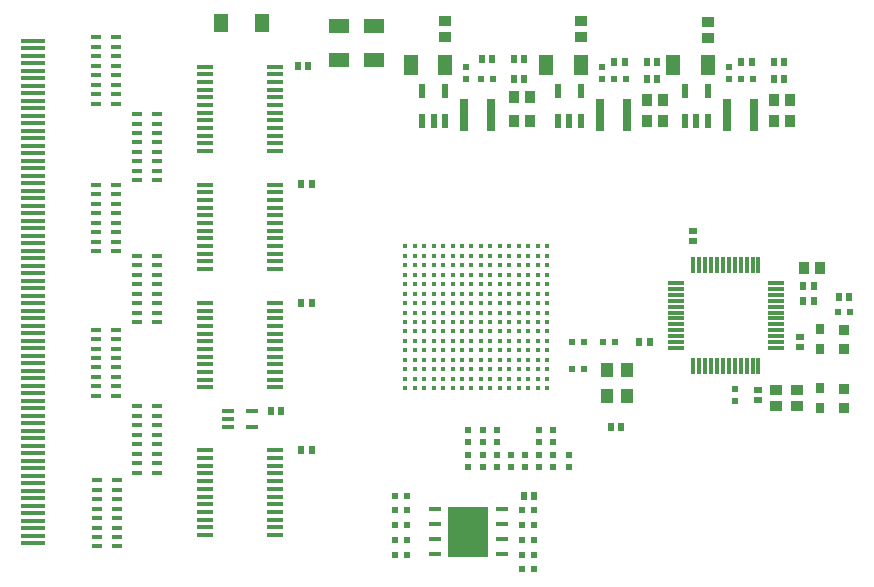
<source format=gtp>
G04*
G04 #@! TF.GenerationSoftware,Altium Limited,Altium Designer,24.4.1 (13)*
G04*
G04 Layer_Color=8421504*
%FSLAX44Y44*%
%MOMM*%
G71*
G04*
G04 #@! TF.SameCoordinates,4536C672-4AD0-40D2-8A8E-5A20E6426CBC*
G04*
G04*
G04 #@! TF.FilePolarity,Positive*
G04*
G01*
G75*
%ADD16R,0.5000X0.6000*%
%ADD17R,0.6000X0.6400*%
%ADD18R,0.9000X1.0000*%
%ADD19R,1.4750X0.4500*%
%ADD20R,0.3000X1.4750*%
%ADD21R,1.4750X0.3000*%
%ADD22R,0.6000X0.5000*%
%ADD23C,0.4200*%
%ADD24R,0.6000X1.1500*%
%ADD25R,0.8000X2.7000*%
%ADD26R,1.0500X0.4500*%
%ADD27R,3.4500X4.3500*%
%ADD28R,1.2500X1.6500*%
%ADD29R,1.0000X0.4000*%
%ADD30R,0.9000X0.4500*%
%ADD31R,1.0000X0.9000*%
%ADD32R,1.8000X1.3000*%
%ADD33R,1.3000X1.8000*%
%ADD34R,0.8000X0.9000*%
%ADD35R,0.6400X0.6000*%
%ADD36R,0.9500X0.9000*%
%ADD37R,2.0000X0.3800*%
%ADD38R,1.1000X1.3000*%
D16*
X520000Y272500D02*
D03*
X530000D02*
D03*
X520000Y297500D02*
D03*
X530000D02*
D03*
X637500Y272500D02*
D03*
X627500D02*
D03*
X637500Y247500D02*
D03*
X627500D02*
D03*
X670000Y405000D02*
D03*
X680000D02*
D03*
X670000Y428000D02*
D03*
X680000D02*
D03*
X706000D02*
D03*
X696000D02*
D03*
X637500Y285000D02*
D03*
X627500D02*
D03*
X530000Y247500D02*
D03*
X520000D02*
D03*
X627500Y235000D02*
D03*
X637500D02*
D03*
X530000Y260000D02*
D03*
X520000D02*
D03*
X895000Y453000D02*
D03*
X905000D02*
D03*
X627500Y260000D02*
D03*
X637500D02*
D03*
X530000Y285000D02*
D03*
X520000D02*
D03*
X812500Y650000D02*
D03*
X822500D02*
D03*
X705000D02*
D03*
X715000D02*
D03*
X592500D02*
D03*
X602500D02*
D03*
D17*
X702600Y356000D02*
D03*
X711400D02*
D03*
X637500Y297500D02*
D03*
X628700D02*
D03*
X593100Y667500D02*
D03*
X601900D02*
D03*
X414600Y369000D02*
D03*
X423400D02*
D03*
X620600Y650000D02*
D03*
X629400D02*
D03*
Y667500D02*
D03*
X620600D02*
D03*
X874400Y462500D02*
D03*
X865600D02*
D03*
X904400Y466000D02*
D03*
X895600D02*
D03*
X449400Y461000D02*
D03*
X440600D02*
D03*
X449400Y336000D02*
D03*
X440600D02*
D03*
X714400Y665000D02*
D03*
X705600D02*
D03*
X741900D02*
D03*
X733100D02*
D03*
X741900Y650000D02*
D03*
X733100D02*
D03*
X865600Y475000D02*
D03*
X874400D02*
D03*
X840600Y665000D02*
D03*
X849400D02*
D03*
X840600Y650000D02*
D03*
X849400D02*
D03*
X821900Y665000D02*
D03*
X813100D02*
D03*
X735400Y428000D02*
D03*
X726600D02*
D03*
X440600Y561000D02*
D03*
X449400D02*
D03*
X437600Y661000D02*
D03*
X446400D02*
D03*
D18*
X879250Y490000D02*
D03*
X865750D02*
D03*
X854250Y615000D02*
D03*
X840750D02*
D03*
X634250Y635000D02*
D03*
X620750D02*
D03*
X854250Y632500D02*
D03*
X840750D02*
D03*
X733250Y615000D02*
D03*
X746750D02*
D03*
X733250Y632500D02*
D03*
X746750D02*
D03*
X634250Y615000D02*
D03*
X620750D02*
D03*
D19*
X359120Y460750D02*
D03*
Y454250D02*
D03*
Y447750D02*
D03*
Y441250D02*
D03*
Y434750D02*
D03*
Y428250D02*
D03*
Y421750D02*
D03*
Y415250D02*
D03*
Y408750D02*
D03*
Y402250D02*
D03*
Y395750D02*
D03*
Y389250D02*
D03*
X417880D02*
D03*
Y395750D02*
D03*
Y402250D02*
D03*
Y408750D02*
D03*
Y415250D02*
D03*
Y421750D02*
D03*
Y428250D02*
D03*
Y434750D02*
D03*
Y441250D02*
D03*
Y447750D02*
D03*
Y454250D02*
D03*
Y460750D02*
D03*
X359120Y335750D02*
D03*
Y329250D02*
D03*
Y322750D02*
D03*
Y316250D02*
D03*
Y309750D02*
D03*
Y303250D02*
D03*
Y296750D02*
D03*
Y290250D02*
D03*
Y283750D02*
D03*
Y277250D02*
D03*
Y270750D02*
D03*
Y264250D02*
D03*
X417880D02*
D03*
Y270750D02*
D03*
Y277250D02*
D03*
Y283750D02*
D03*
Y290250D02*
D03*
Y296750D02*
D03*
Y303250D02*
D03*
Y309750D02*
D03*
Y316250D02*
D03*
Y322750D02*
D03*
Y329250D02*
D03*
Y335750D02*
D03*
X359120Y660750D02*
D03*
Y654250D02*
D03*
Y647750D02*
D03*
Y641250D02*
D03*
Y634750D02*
D03*
Y628250D02*
D03*
Y621750D02*
D03*
Y615250D02*
D03*
Y608750D02*
D03*
Y602250D02*
D03*
Y595750D02*
D03*
Y589250D02*
D03*
X417880D02*
D03*
Y595750D02*
D03*
Y602250D02*
D03*
Y608750D02*
D03*
Y615250D02*
D03*
Y621750D02*
D03*
Y628250D02*
D03*
Y634750D02*
D03*
Y641250D02*
D03*
Y647750D02*
D03*
Y654250D02*
D03*
Y660750D02*
D03*
X359120Y560750D02*
D03*
Y554250D02*
D03*
Y547750D02*
D03*
Y541250D02*
D03*
Y534750D02*
D03*
Y528250D02*
D03*
Y521750D02*
D03*
Y515250D02*
D03*
Y508750D02*
D03*
Y502250D02*
D03*
Y495750D02*
D03*
Y489250D02*
D03*
X417880D02*
D03*
Y495750D02*
D03*
Y502250D02*
D03*
Y508750D02*
D03*
Y515250D02*
D03*
Y521750D02*
D03*
Y528250D02*
D03*
Y534750D02*
D03*
Y541250D02*
D03*
Y547750D02*
D03*
Y554250D02*
D03*
Y560750D02*
D03*
D20*
X827500Y407620D02*
D03*
X822500D02*
D03*
X817500D02*
D03*
X812500D02*
D03*
X807500D02*
D03*
X802500D02*
D03*
X797500D02*
D03*
X792500D02*
D03*
X787500D02*
D03*
X782500D02*
D03*
X777500D02*
D03*
X772500D02*
D03*
Y492380D02*
D03*
X777500D02*
D03*
X782500D02*
D03*
X787500D02*
D03*
X792500D02*
D03*
X797500D02*
D03*
X802500D02*
D03*
X807500D02*
D03*
X812500D02*
D03*
X817500D02*
D03*
X822500D02*
D03*
X827500D02*
D03*
D21*
X757620Y422500D02*
D03*
Y427500D02*
D03*
Y432500D02*
D03*
Y437500D02*
D03*
Y442500D02*
D03*
Y447500D02*
D03*
Y452500D02*
D03*
Y457500D02*
D03*
Y462500D02*
D03*
Y467500D02*
D03*
Y472500D02*
D03*
Y477500D02*
D03*
X842380D02*
D03*
Y472500D02*
D03*
Y467500D02*
D03*
Y462500D02*
D03*
Y457500D02*
D03*
Y452500D02*
D03*
Y447500D02*
D03*
Y442500D02*
D03*
Y437500D02*
D03*
Y432500D02*
D03*
Y427500D02*
D03*
Y422500D02*
D03*
D22*
X807500Y387500D02*
D03*
Y377500D02*
D03*
X695000Y660000D02*
D03*
Y650000D02*
D03*
X802500Y660000D02*
D03*
Y650000D02*
D03*
X642000Y332000D02*
D03*
Y322000D02*
D03*
X618000D02*
D03*
Y332000D02*
D03*
X630000Y322000D02*
D03*
Y332000D02*
D03*
X606000D02*
D03*
Y322000D02*
D03*
X594000Y332000D02*
D03*
Y322000D02*
D03*
X582000Y332000D02*
D03*
Y322000D02*
D03*
X594000Y343000D02*
D03*
Y353000D02*
D03*
X582000D02*
D03*
Y343000D02*
D03*
X606000Y353000D02*
D03*
Y343000D02*
D03*
X642000Y353000D02*
D03*
Y343000D02*
D03*
X654000Y353000D02*
D03*
Y343000D02*
D03*
Y332000D02*
D03*
Y322000D02*
D03*
X667000D02*
D03*
Y332000D02*
D03*
X580000Y650000D02*
D03*
Y660000D02*
D03*
D23*
X592500Y508500D02*
D03*
X600500D02*
D03*
X608500D02*
D03*
X616500D02*
D03*
X624500D02*
D03*
X632500D02*
D03*
X640500D02*
D03*
X592500Y500500D02*
D03*
X600500D02*
D03*
X608500D02*
D03*
X616500D02*
D03*
X624500D02*
D03*
X592500Y492500D02*
D03*
X608500D02*
D03*
X624500D02*
D03*
X592500Y484500D02*
D03*
X608500D02*
D03*
X584500Y476500D02*
D03*
X624500D02*
D03*
X528500Y508500D02*
D03*
X536500D02*
D03*
X544500D02*
D03*
X552500D02*
D03*
X560500D02*
D03*
X568500D02*
D03*
X576500D02*
D03*
X584500D02*
D03*
X648500D02*
D03*
X528500Y500500D02*
D03*
X536500D02*
D03*
X544500D02*
D03*
X552500D02*
D03*
X560500D02*
D03*
X568500D02*
D03*
X576500D02*
D03*
X584500D02*
D03*
X632500D02*
D03*
X640500D02*
D03*
X648500D02*
D03*
X528500Y492500D02*
D03*
X536500D02*
D03*
X544500D02*
D03*
X552500D02*
D03*
X560500D02*
D03*
X568500D02*
D03*
X576500D02*
D03*
X584500D02*
D03*
X600500D02*
D03*
X616500D02*
D03*
X632500D02*
D03*
X640500D02*
D03*
X648500D02*
D03*
X528500Y484500D02*
D03*
X536500D02*
D03*
X544500D02*
D03*
X552500D02*
D03*
X560500D02*
D03*
X568500D02*
D03*
X576500D02*
D03*
X584500D02*
D03*
X600500D02*
D03*
X616500D02*
D03*
X624500D02*
D03*
X632500D02*
D03*
X640500D02*
D03*
X648500D02*
D03*
X528500Y476500D02*
D03*
X536500D02*
D03*
X544500D02*
D03*
X552500D02*
D03*
X560500D02*
D03*
X568500D02*
D03*
X576500D02*
D03*
X592500D02*
D03*
X600500D02*
D03*
X608500D02*
D03*
X616500D02*
D03*
X632500D02*
D03*
X640500D02*
D03*
X648500D02*
D03*
X528500Y468500D02*
D03*
X536500D02*
D03*
X544500D02*
D03*
X552500D02*
D03*
X560500D02*
D03*
X568500D02*
D03*
X576500D02*
D03*
X584500D02*
D03*
X592500D02*
D03*
X600500D02*
D03*
X608500D02*
D03*
X616500D02*
D03*
X624500D02*
D03*
X632500D02*
D03*
X640500D02*
D03*
X648500D02*
D03*
X528500Y460500D02*
D03*
X536500D02*
D03*
X544500D02*
D03*
X552500D02*
D03*
X560500D02*
D03*
X568500D02*
D03*
X576500D02*
D03*
X584500D02*
D03*
X592500D02*
D03*
X600500D02*
D03*
X608500D02*
D03*
X616500D02*
D03*
X624500D02*
D03*
X632500D02*
D03*
X640500D02*
D03*
X648500D02*
D03*
X528500Y452500D02*
D03*
X536500D02*
D03*
X544500D02*
D03*
X552500D02*
D03*
X560500D02*
D03*
X568500D02*
D03*
X576500D02*
D03*
X584500D02*
D03*
X592500D02*
D03*
X600500D02*
D03*
X608500D02*
D03*
X616500D02*
D03*
X624500D02*
D03*
X632500D02*
D03*
X640500D02*
D03*
X648500D02*
D03*
X528500Y444500D02*
D03*
X536500D02*
D03*
X544500D02*
D03*
X552500D02*
D03*
X560500D02*
D03*
X568500D02*
D03*
X576500D02*
D03*
X584500D02*
D03*
X592500D02*
D03*
X600500D02*
D03*
X608500D02*
D03*
X616500D02*
D03*
X624500D02*
D03*
X632500D02*
D03*
X640500D02*
D03*
X648500D02*
D03*
X528500Y436500D02*
D03*
X536500D02*
D03*
X544500D02*
D03*
X552500D02*
D03*
X560500D02*
D03*
X568500D02*
D03*
X576500D02*
D03*
X584500D02*
D03*
X592500D02*
D03*
X600500D02*
D03*
X608500D02*
D03*
X616500D02*
D03*
X624500D02*
D03*
X632500D02*
D03*
X640500D02*
D03*
X648500D02*
D03*
X528500Y428500D02*
D03*
X536500D02*
D03*
X544500D02*
D03*
X552500D02*
D03*
X560500D02*
D03*
X568500D02*
D03*
X576500D02*
D03*
X584500D02*
D03*
X592500D02*
D03*
X600500D02*
D03*
X608500D02*
D03*
X616500D02*
D03*
X624500D02*
D03*
X632500D02*
D03*
X640500D02*
D03*
X648500D02*
D03*
X528500Y420500D02*
D03*
X536500D02*
D03*
X544500D02*
D03*
X552500D02*
D03*
X560500D02*
D03*
X568500D02*
D03*
X576500D02*
D03*
X584500D02*
D03*
X592500D02*
D03*
X600500D02*
D03*
X608500D02*
D03*
X616500D02*
D03*
X624500D02*
D03*
X632500D02*
D03*
X640500D02*
D03*
X648500D02*
D03*
X528500Y412500D02*
D03*
X536500D02*
D03*
X544500D02*
D03*
X552500D02*
D03*
X560500D02*
D03*
X568500D02*
D03*
X576500D02*
D03*
X584500D02*
D03*
X592500D02*
D03*
X600500D02*
D03*
X608500D02*
D03*
X616500D02*
D03*
X624500D02*
D03*
X632500D02*
D03*
X640500D02*
D03*
X648500D02*
D03*
X528500Y404500D02*
D03*
X536500D02*
D03*
X544500D02*
D03*
X552500D02*
D03*
X560500D02*
D03*
X568500D02*
D03*
X576500D02*
D03*
X584500D02*
D03*
X592500D02*
D03*
X600500D02*
D03*
X608500D02*
D03*
X616500D02*
D03*
X624500D02*
D03*
X632500D02*
D03*
X640500D02*
D03*
X648500D02*
D03*
X528500Y396500D02*
D03*
X536500D02*
D03*
X544500D02*
D03*
X552500D02*
D03*
X560500D02*
D03*
X568500D02*
D03*
X576500D02*
D03*
X584500D02*
D03*
X592500D02*
D03*
X600500D02*
D03*
X608500D02*
D03*
X616500D02*
D03*
X624500D02*
D03*
X632500D02*
D03*
X640500D02*
D03*
X648500D02*
D03*
X528500Y388500D02*
D03*
X536500D02*
D03*
X544500D02*
D03*
X552500D02*
D03*
X560500D02*
D03*
X568500D02*
D03*
X576500D02*
D03*
X584500D02*
D03*
X592500D02*
D03*
X600500D02*
D03*
X608500D02*
D03*
X616500D02*
D03*
X624500D02*
D03*
X632500D02*
D03*
X640500D02*
D03*
X648500D02*
D03*
D24*
X543000Y640500D02*
D03*
X562000D02*
D03*
Y614500D02*
D03*
X552500D02*
D03*
X543000D02*
D03*
X658000Y640500D02*
D03*
X677000D02*
D03*
Y614500D02*
D03*
X667500D02*
D03*
X658000D02*
D03*
X765500Y640500D02*
D03*
X784500D02*
D03*
Y614500D02*
D03*
X775000D02*
D03*
X765500D02*
D03*
D25*
X824000Y620000D02*
D03*
X801000D02*
D03*
X693500D02*
D03*
X716500D02*
D03*
X578500D02*
D03*
X601500D02*
D03*
D26*
X553500Y286050D02*
D03*
Y273350D02*
D03*
Y260650D02*
D03*
Y247950D02*
D03*
X610500D02*
D03*
Y260650D02*
D03*
Y273350D02*
D03*
Y286050D02*
D03*
D27*
X582000Y267000D02*
D03*
D28*
X372750Y697500D02*
D03*
X407250D02*
D03*
D29*
X378500Y369000D02*
D03*
Y362500D02*
D03*
Y356000D02*
D03*
X398500D02*
D03*
Y369000D02*
D03*
D30*
X284500Y254500D02*
D03*
Y262500D02*
D03*
Y278500D02*
D03*
Y270500D02*
D03*
Y294500D02*
D03*
Y310500D02*
D03*
Y302500D02*
D03*
Y286500D02*
D03*
X267500D02*
D03*
Y302500D02*
D03*
Y310500D02*
D03*
Y294500D02*
D03*
Y270500D02*
D03*
Y278500D02*
D03*
Y262500D02*
D03*
Y254500D02*
D03*
X318500Y317000D02*
D03*
Y325000D02*
D03*
Y341000D02*
D03*
Y333000D02*
D03*
Y357000D02*
D03*
Y373000D02*
D03*
Y365000D02*
D03*
Y349000D02*
D03*
X301500D02*
D03*
Y365000D02*
D03*
Y373000D02*
D03*
Y357000D02*
D03*
Y333000D02*
D03*
Y341000D02*
D03*
Y325000D02*
D03*
Y317000D02*
D03*
X283500Y382000D02*
D03*
Y390000D02*
D03*
Y406000D02*
D03*
Y398000D02*
D03*
Y422000D02*
D03*
Y438000D02*
D03*
Y430000D02*
D03*
Y414000D02*
D03*
X266500D02*
D03*
Y430000D02*
D03*
Y438000D02*
D03*
Y422000D02*
D03*
Y398000D02*
D03*
Y406000D02*
D03*
Y390000D02*
D03*
Y382000D02*
D03*
X318500Y444500D02*
D03*
Y452500D02*
D03*
Y468500D02*
D03*
Y460500D02*
D03*
Y484500D02*
D03*
Y500500D02*
D03*
Y492500D02*
D03*
Y476500D02*
D03*
X301500D02*
D03*
Y492500D02*
D03*
Y500500D02*
D03*
Y484500D02*
D03*
Y460500D02*
D03*
Y468500D02*
D03*
Y452500D02*
D03*
Y444500D02*
D03*
X283500Y504500D02*
D03*
Y512500D02*
D03*
Y528500D02*
D03*
Y520500D02*
D03*
Y544500D02*
D03*
Y560500D02*
D03*
Y552500D02*
D03*
Y536500D02*
D03*
X266500D02*
D03*
Y552500D02*
D03*
Y560500D02*
D03*
Y544500D02*
D03*
Y520500D02*
D03*
Y528500D02*
D03*
Y512500D02*
D03*
Y504500D02*
D03*
X318500Y564500D02*
D03*
Y572500D02*
D03*
Y588500D02*
D03*
Y580500D02*
D03*
Y604500D02*
D03*
Y620500D02*
D03*
Y612500D02*
D03*
Y596500D02*
D03*
X301500D02*
D03*
Y612500D02*
D03*
Y620500D02*
D03*
Y604500D02*
D03*
Y580500D02*
D03*
Y588500D02*
D03*
Y572500D02*
D03*
Y564500D02*
D03*
X283500Y629500D02*
D03*
Y637500D02*
D03*
Y653500D02*
D03*
Y645500D02*
D03*
Y669500D02*
D03*
Y685500D02*
D03*
Y677500D02*
D03*
Y661500D02*
D03*
X266500D02*
D03*
Y677500D02*
D03*
Y685500D02*
D03*
Y669500D02*
D03*
Y645500D02*
D03*
Y653500D02*
D03*
Y637500D02*
D03*
Y629500D02*
D03*
D31*
X677500Y699250D02*
D03*
Y685750D02*
D03*
X785000Y685000D02*
D03*
Y698500D02*
D03*
X842500Y373250D02*
D03*
Y386750D02*
D03*
X860000Y373250D02*
D03*
Y386750D02*
D03*
X562500Y685750D02*
D03*
Y699250D02*
D03*
D32*
X502000Y695500D02*
D03*
Y666500D02*
D03*
X472000Y695500D02*
D03*
Y666500D02*
D03*
D33*
X755500Y662500D02*
D03*
X784500D02*
D03*
X648000D02*
D03*
X677000D02*
D03*
X533000D02*
D03*
X562000D02*
D03*
D34*
X880000Y371500D02*
D03*
Y388500D02*
D03*
Y421500D02*
D03*
Y438500D02*
D03*
D35*
X827500Y386900D02*
D03*
Y378100D02*
D03*
X772500Y513100D02*
D03*
Y521900D02*
D03*
X862500Y423100D02*
D03*
Y431900D02*
D03*
D36*
X900000Y372000D02*
D03*
Y388000D02*
D03*
Y422000D02*
D03*
Y438000D02*
D03*
D37*
X213000Y644625D02*
D03*
Y638275D02*
D03*
Y631925D02*
D03*
Y625575D02*
D03*
Y682725D02*
D03*
Y670025D02*
D03*
Y657325D02*
D03*
Y619225D02*
D03*
Y606525D02*
D03*
Y593825D02*
D03*
Y581125D02*
D03*
Y568425D02*
D03*
Y555725D02*
D03*
Y543025D02*
D03*
Y530325D02*
D03*
Y517625D02*
D03*
Y504925D02*
D03*
Y492225D02*
D03*
Y479525D02*
D03*
Y466825D02*
D03*
Y454125D02*
D03*
Y441425D02*
D03*
Y428725D02*
D03*
Y416025D02*
D03*
Y403325D02*
D03*
Y390625D02*
D03*
Y377925D02*
D03*
Y365225D02*
D03*
Y352525D02*
D03*
Y339825D02*
D03*
Y327125D02*
D03*
Y314425D02*
D03*
Y301725D02*
D03*
Y289025D02*
D03*
Y276325D02*
D03*
Y263625D02*
D03*
Y676375D02*
D03*
Y663675D02*
D03*
Y650975D02*
D03*
Y612875D02*
D03*
Y600175D02*
D03*
Y587475D02*
D03*
Y574775D02*
D03*
Y562075D02*
D03*
Y549375D02*
D03*
Y536675D02*
D03*
Y523975D02*
D03*
Y511275D02*
D03*
Y498575D02*
D03*
Y485875D02*
D03*
Y473175D02*
D03*
Y460475D02*
D03*
Y447775D02*
D03*
Y435075D02*
D03*
Y422375D02*
D03*
Y409675D02*
D03*
Y396975D02*
D03*
Y384275D02*
D03*
Y371575D02*
D03*
Y358875D02*
D03*
Y346175D02*
D03*
Y333475D02*
D03*
Y320775D02*
D03*
Y308075D02*
D03*
Y295375D02*
D03*
Y282675D02*
D03*
Y269975D02*
D03*
Y257275D02*
D03*
D38*
X716000Y381500D02*
D03*
X699000D02*
D03*
X716000Y403500D02*
D03*
X699000D02*
D03*
M02*

</source>
